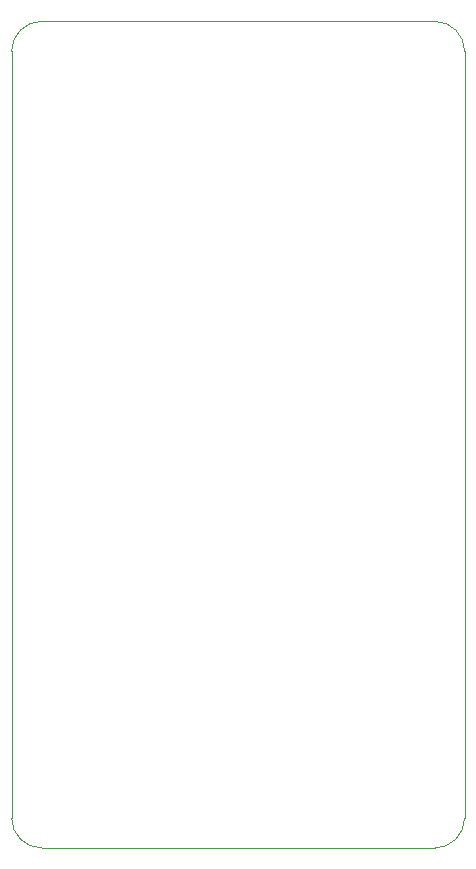
<source format=gm1>
%TF.GenerationSoftware,KiCad,Pcbnew,5.1.12-84ad8e8a86~92~ubuntu20.04.1*%
%TF.CreationDate,2022-04-13T08:29:14-05:00*%
%TF.ProjectId,Twister,54776973-7465-4722-9e6b-696361645f70,rev?*%
%TF.SameCoordinates,Original*%
%TF.FileFunction,Profile,NP*%
%FSLAX46Y46*%
G04 Gerber Fmt 4.6, Leading zero omitted, Abs format (unit mm)*
G04 Created by KiCad (PCBNEW 5.1.12-84ad8e8a86~92~ubuntu20.04.1) date 2022-04-13 08:29:14*
%MOMM*%
%LPD*%
G01*
G04 APERTURE LIST*
%TA.AperFunction,Profile*%
%ADD10C,0.050000*%
%TD*%
G04 APERTURE END LIST*
D10*
X139954000Y-101040000D02*
G75*
G02*
X137414000Y-103580000I-2540000J0D01*
G01*
X104140000Y-103580000D02*
G75*
G02*
X101600000Y-101040000I0J2540000D01*
G01*
X101600000Y-36120000D02*
G75*
G02*
X104140000Y-33580000I2540000J0D01*
G01*
X137414000Y-33580000D02*
G75*
G02*
X139954000Y-36120000I0J-2540000D01*
G01*
X101600000Y-101040000D02*
X101600000Y-36120000D01*
X137414000Y-103580000D02*
X104140000Y-103580000D01*
X139954000Y-36120000D02*
X139954000Y-101040000D01*
X104140000Y-33580000D02*
X137414000Y-33580000D01*
M02*

</source>
